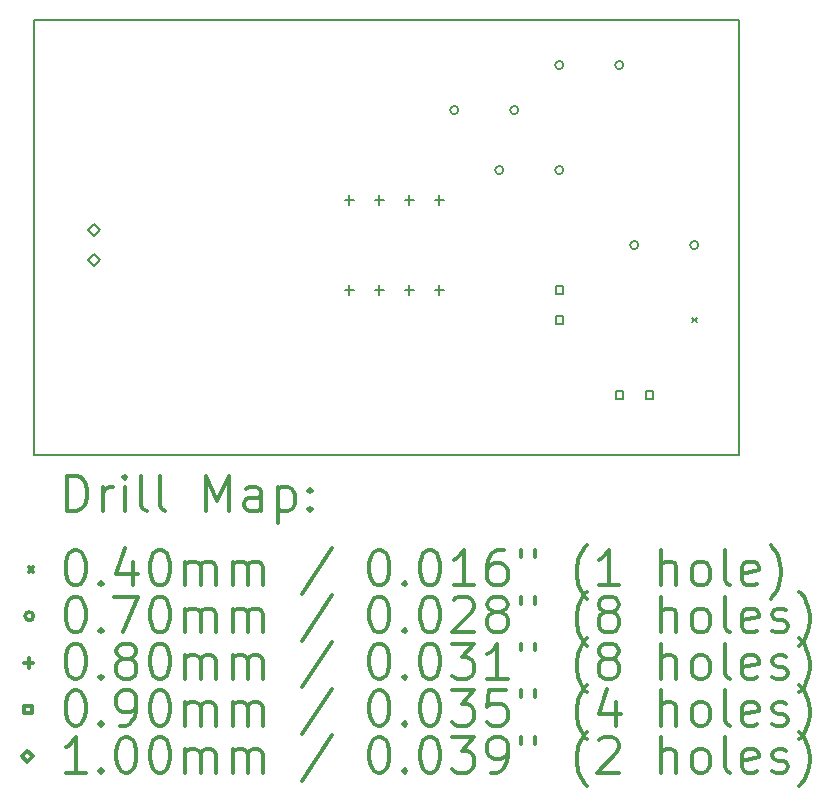
<source format=gbr>
%FSLAX45Y45*%
G04 Gerber Fmt 4.5, Leading zero omitted, Abs format (unit mm)*
G04 Created by KiCad (PCBNEW 5.0.2+dfsg1-1+deb10u1) date Wed 11 Jan 2023 08:50:02 PM +08*
%MOMM*%
%LPD*%
G01*
G04 APERTURE LIST*
%ADD10C,0.150000*%
%ADD11C,0.200000*%
%ADD12C,0.300000*%
G04 APERTURE END LIST*
D10*
X9906000Y-7112000D02*
X9906000Y-3429000D01*
X15875000Y-7112000D02*
X9906000Y-7112000D01*
X15875000Y-3429000D02*
X15875000Y-7112000D01*
X9906000Y-3429000D02*
X15875000Y-3429000D01*
D11*
X15474000Y-5949000D02*
X15514000Y-5989000D01*
X15514000Y-5949000D02*
X15474000Y-5989000D01*
X13878000Y-4699000D02*
G75*
G03X13878000Y-4699000I-35000J0D01*
G01*
X14386000Y-4699000D02*
G75*
G03X14386000Y-4699000I-35000J0D01*
G01*
X15021000Y-5334000D02*
G75*
G03X15021000Y-5334000I-35000J0D01*
G01*
X15529000Y-5334000D02*
G75*
G03X15529000Y-5334000I-35000J0D01*
G01*
X13497000Y-4191000D02*
G75*
G03X13497000Y-4191000I-35000J0D01*
G01*
X14005000Y-4191000D02*
G75*
G03X14005000Y-4191000I-35000J0D01*
G01*
X14386000Y-3810000D02*
G75*
G03X14386000Y-3810000I-35000J0D01*
G01*
X14894000Y-3810000D02*
G75*
G03X14894000Y-3810000I-35000J0D01*
G01*
X12573000Y-4913000D02*
X12573000Y-4993000D01*
X12533000Y-4953000D02*
X12613000Y-4953000D01*
X12573000Y-5675000D02*
X12573000Y-5755000D01*
X12533000Y-5715000D02*
X12613000Y-5715000D01*
X12827000Y-4913000D02*
X12827000Y-4993000D01*
X12787000Y-4953000D02*
X12867000Y-4953000D01*
X12827000Y-5675000D02*
X12827000Y-5755000D01*
X12787000Y-5715000D02*
X12867000Y-5715000D01*
X13081000Y-4913000D02*
X13081000Y-4993000D01*
X13041000Y-4953000D02*
X13121000Y-4953000D01*
X13081000Y-5675000D02*
X13081000Y-5755000D01*
X13041000Y-5715000D02*
X13121000Y-5715000D01*
X13335000Y-4913000D02*
X13335000Y-4993000D01*
X13295000Y-4953000D02*
X13375000Y-4953000D01*
X13335000Y-5675000D02*
X13335000Y-5755000D01*
X13295000Y-5715000D02*
X13375000Y-5715000D01*
X14382820Y-5746820D02*
X14382820Y-5683180D01*
X14319180Y-5683180D01*
X14319180Y-5746820D01*
X14382820Y-5746820D01*
X14382820Y-6000820D02*
X14382820Y-5937180D01*
X14319180Y-5937180D01*
X14319180Y-6000820D01*
X14382820Y-6000820D01*
X14890820Y-6635820D02*
X14890820Y-6572180D01*
X14827180Y-6572180D01*
X14827180Y-6635820D01*
X14890820Y-6635820D01*
X15144820Y-6635820D02*
X15144820Y-6572180D01*
X15081180Y-6572180D01*
X15081180Y-6635820D01*
X15144820Y-6635820D01*
X10414000Y-5257000D02*
X10464000Y-5207000D01*
X10414000Y-5157000D01*
X10364000Y-5207000D01*
X10414000Y-5257000D01*
X10414000Y-5511000D02*
X10464000Y-5461000D01*
X10414000Y-5411000D01*
X10364000Y-5461000D01*
X10414000Y-5511000D01*
D12*
X10184928Y-7585214D02*
X10184928Y-7285214D01*
X10256357Y-7285214D01*
X10299214Y-7299500D01*
X10327786Y-7328071D01*
X10342071Y-7356643D01*
X10356357Y-7413786D01*
X10356357Y-7456643D01*
X10342071Y-7513786D01*
X10327786Y-7542357D01*
X10299214Y-7570929D01*
X10256357Y-7585214D01*
X10184928Y-7585214D01*
X10484928Y-7585214D02*
X10484928Y-7385214D01*
X10484928Y-7442357D02*
X10499214Y-7413786D01*
X10513500Y-7399500D01*
X10542071Y-7385214D01*
X10570643Y-7385214D01*
X10670643Y-7585214D02*
X10670643Y-7385214D01*
X10670643Y-7285214D02*
X10656357Y-7299500D01*
X10670643Y-7313786D01*
X10684928Y-7299500D01*
X10670643Y-7285214D01*
X10670643Y-7313786D01*
X10856357Y-7585214D02*
X10827786Y-7570929D01*
X10813500Y-7542357D01*
X10813500Y-7285214D01*
X11013500Y-7585214D02*
X10984928Y-7570929D01*
X10970643Y-7542357D01*
X10970643Y-7285214D01*
X11356357Y-7585214D02*
X11356357Y-7285214D01*
X11456357Y-7499500D01*
X11556357Y-7285214D01*
X11556357Y-7585214D01*
X11827786Y-7585214D02*
X11827786Y-7428071D01*
X11813500Y-7399500D01*
X11784928Y-7385214D01*
X11727786Y-7385214D01*
X11699214Y-7399500D01*
X11827786Y-7570929D02*
X11799214Y-7585214D01*
X11727786Y-7585214D01*
X11699214Y-7570929D01*
X11684928Y-7542357D01*
X11684928Y-7513786D01*
X11699214Y-7485214D01*
X11727786Y-7470929D01*
X11799214Y-7470929D01*
X11827786Y-7456643D01*
X11970643Y-7385214D02*
X11970643Y-7685214D01*
X11970643Y-7399500D02*
X11999214Y-7385214D01*
X12056357Y-7385214D01*
X12084928Y-7399500D01*
X12099214Y-7413786D01*
X12113500Y-7442357D01*
X12113500Y-7528071D01*
X12099214Y-7556643D01*
X12084928Y-7570929D01*
X12056357Y-7585214D01*
X11999214Y-7585214D01*
X11970643Y-7570929D01*
X12242071Y-7556643D02*
X12256357Y-7570929D01*
X12242071Y-7585214D01*
X12227786Y-7570929D01*
X12242071Y-7556643D01*
X12242071Y-7585214D01*
X12242071Y-7399500D02*
X12256357Y-7413786D01*
X12242071Y-7428071D01*
X12227786Y-7413786D01*
X12242071Y-7399500D01*
X12242071Y-7428071D01*
X9858500Y-8059500D02*
X9898500Y-8099500D01*
X9898500Y-8059500D02*
X9858500Y-8099500D01*
X10242071Y-7915214D02*
X10270643Y-7915214D01*
X10299214Y-7929500D01*
X10313500Y-7943786D01*
X10327786Y-7972357D01*
X10342071Y-8029500D01*
X10342071Y-8100929D01*
X10327786Y-8158071D01*
X10313500Y-8186643D01*
X10299214Y-8200929D01*
X10270643Y-8215214D01*
X10242071Y-8215214D01*
X10213500Y-8200929D01*
X10199214Y-8186643D01*
X10184928Y-8158071D01*
X10170643Y-8100929D01*
X10170643Y-8029500D01*
X10184928Y-7972357D01*
X10199214Y-7943786D01*
X10213500Y-7929500D01*
X10242071Y-7915214D01*
X10470643Y-8186643D02*
X10484928Y-8200929D01*
X10470643Y-8215214D01*
X10456357Y-8200929D01*
X10470643Y-8186643D01*
X10470643Y-8215214D01*
X10742071Y-8015214D02*
X10742071Y-8215214D01*
X10670643Y-7900929D02*
X10599214Y-8115214D01*
X10784928Y-8115214D01*
X10956357Y-7915214D02*
X10984928Y-7915214D01*
X11013500Y-7929500D01*
X11027786Y-7943786D01*
X11042071Y-7972357D01*
X11056357Y-8029500D01*
X11056357Y-8100929D01*
X11042071Y-8158071D01*
X11027786Y-8186643D01*
X11013500Y-8200929D01*
X10984928Y-8215214D01*
X10956357Y-8215214D01*
X10927786Y-8200929D01*
X10913500Y-8186643D01*
X10899214Y-8158071D01*
X10884928Y-8100929D01*
X10884928Y-8029500D01*
X10899214Y-7972357D01*
X10913500Y-7943786D01*
X10927786Y-7929500D01*
X10956357Y-7915214D01*
X11184928Y-8215214D02*
X11184928Y-8015214D01*
X11184928Y-8043786D02*
X11199214Y-8029500D01*
X11227786Y-8015214D01*
X11270643Y-8015214D01*
X11299214Y-8029500D01*
X11313500Y-8058071D01*
X11313500Y-8215214D01*
X11313500Y-8058071D02*
X11327786Y-8029500D01*
X11356357Y-8015214D01*
X11399214Y-8015214D01*
X11427786Y-8029500D01*
X11442071Y-8058071D01*
X11442071Y-8215214D01*
X11584928Y-8215214D02*
X11584928Y-8015214D01*
X11584928Y-8043786D02*
X11599214Y-8029500D01*
X11627786Y-8015214D01*
X11670643Y-8015214D01*
X11699214Y-8029500D01*
X11713500Y-8058071D01*
X11713500Y-8215214D01*
X11713500Y-8058071D02*
X11727786Y-8029500D01*
X11756357Y-8015214D01*
X11799214Y-8015214D01*
X11827786Y-8029500D01*
X11842071Y-8058071D01*
X11842071Y-8215214D01*
X12427786Y-7900929D02*
X12170643Y-8286643D01*
X12813500Y-7915214D02*
X12842071Y-7915214D01*
X12870643Y-7929500D01*
X12884928Y-7943786D01*
X12899214Y-7972357D01*
X12913500Y-8029500D01*
X12913500Y-8100929D01*
X12899214Y-8158071D01*
X12884928Y-8186643D01*
X12870643Y-8200929D01*
X12842071Y-8215214D01*
X12813500Y-8215214D01*
X12784928Y-8200929D01*
X12770643Y-8186643D01*
X12756357Y-8158071D01*
X12742071Y-8100929D01*
X12742071Y-8029500D01*
X12756357Y-7972357D01*
X12770643Y-7943786D01*
X12784928Y-7929500D01*
X12813500Y-7915214D01*
X13042071Y-8186643D02*
X13056357Y-8200929D01*
X13042071Y-8215214D01*
X13027786Y-8200929D01*
X13042071Y-8186643D01*
X13042071Y-8215214D01*
X13242071Y-7915214D02*
X13270643Y-7915214D01*
X13299214Y-7929500D01*
X13313500Y-7943786D01*
X13327786Y-7972357D01*
X13342071Y-8029500D01*
X13342071Y-8100929D01*
X13327786Y-8158071D01*
X13313500Y-8186643D01*
X13299214Y-8200929D01*
X13270643Y-8215214D01*
X13242071Y-8215214D01*
X13213500Y-8200929D01*
X13199214Y-8186643D01*
X13184928Y-8158071D01*
X13170643Y-8100929D01*
X13170643Y-8029500D01*
X13184928Y-7972357D01*
X13199214Y-7943786D01*
X13213500Y-7929500D01*
X13242071Y-7915214D01*
X13627786Y-8215214D02*
X13456357Y-8215214D01*
X13542071Y-8215214D02*
X13542071Y-7915214D01*
X13513500Y-7958071D01*
X13484928Y-7986643D01*
X13456357Y-8000929D01*
X13884928Y-7915214D02*
X13827786Y-7915214D01*
X13799214Y-7929500D01*
X13784928Y-7943786D01*
X13756357Y-7986643D01*
X13742071Y-8043786D01*
X13742071Y-8158071D01*
X13756357Y-8186643D01*
X13770643Y-8200929D01*
X13799214Y-8215214D01*
X13856357Y-8215214D01*
X13884928Y-8200929D01*
X13899214Y-8186643D01*
X13913500Y-8158071D01*
X13913500Y-8086643D01*
X13899214Y-8058071D01*
X13884928Y-8043786D01*
X13856357Y-8029500D01*
X13799214Y-8029500D01*
X13770643Y-8043786D01*
X13756357Y-8058071D01*
X13742071Y-8086643D01*
X14027786Y-7915214D02*
X14027786Y-7972357D01*
X14142071Y-7915214D02*
X14142071Y-7972357D01*
X14584928Y-8329500D02*
X14570643Y-8315214D01*
X14542071Y-8272357D01*
X14527786Y-8243786D01*
X14513500Y-8200929D01*
X14499214Y-8129500D01*
X14499214Y-8072357D01*
X14513500Y-8000929D01*
X14527786Y-7958071D01*
X14542071Y-7929500D01*
X14570643Y-7886643D01*
X14584928Y-7872357D01*
X14856357Y-8215214D02*
X14684928Y-8215214D01*
X14770643Y-8215214D02*
X14770643Y-7915214D01*
X14742071Y-7958071D01*
X14713500Y-7986643D01*
X14684928Y-8000929D01*
X15213500Y-8215214D02*
X15213500Y-7915214D01*
X15342071Y-8215214D02*
X15342071Y-8058071D01*
X15327786Y-8029500D01*
X15299214Y-8015214D01*
X15256357Y-8015214D01*
X15227786Y-8029500D01*
X15213500Y-8043786D01*
X15527786Y-8215214D02*
X15499214Y-8200929D01*
X15484928Y-8186643D01*
X15470643Y-8158071D01*
X15470643Y-8072357D01*
X15484928Y-8043786D01*
X15499214Y-8029500D01*
X15527786Y-8015214D01*
X15570643Y-8015214D01*
X15599214Y-8029500D01*
X15613500Y-8043786D01*
X15627786Y-8072357D01*
X15627786Y-8158071D01*
X15613500Y-8186643D01*
X15599214Y-8200929D01*
X15570643Y-8215214D01*
X15527786Y-8215214D01*
X15799214Y-8215214D02*
X15770643Y-8200929D01*
X15756357Y-8172357D01*
X15756357Y-7915214D01*
X16027786Y-8200929D02*
X15999214Y-8215214D01*
X15942071Y-8215214D01*
X15913500Y-8200929D01*
X15899214Y-8172357D01*
X15899214Y-8058071D01*
X15913500Y-8029500D01*
X15942071Y-8015214D01*
X15999214Y-8015214D01*
X16027786Y-8029500D01*
X16042071Y-8058071D01*
X16042071Y-8086643D01*
X15899214Y-8115214D01*
X16142071Y-8329500D02*
X16156357Y-8315214D01*
X16184928Y-8272357D01*
X16199214Y-8243786D01*
X16213500Y-8200929D01*
X16227786Y-8129500D01*
X16227786Y-8072357D01*
X16213500Y-8000929D01*
X16199214Y-7958071D01*
X16184928Y-7929500D01*
X16156357Y-7886643D01*
X16142071Y-7872357D01*
X9898500Y-8475500D02*
G75*
G03X9898500Y-8475500I-35000J0D01*
G01*
X10242071Y-8311214D02*
X10270643Y-8311214D01*
X10299214Y-8325500D01*
X10313500Y-8339786D01*
X10327786Y-8368357D01*
X10342071Y-8425500D01*
X10342071Y-8496929D01*
X10327786Y-8554072D01*
X10313500Y-8582643D01*
X10299214Y-8596929D01*
X10270643Y-8611214D01*
X10242071Y-8611214D01*
X10213500Y-8596929D01*
X10199214Y-8582643D01*
X10184928Y-8554072D01*
X10170643Y-8496929D01*
X10170643Y-8425500D01*
X10184928Y-8368357D01*
X10199214Y-8339786D01*
X10213500Y-8325500D01*
X10242071Y-8311214D01*
X10470643Y-8582643D02*
X10484928Y-8596929D01*
X10470643Y-8611214D01*
X10456357Y-8596929D01*
X10470643Y-8582643D01*
X10470643Y-8611214D01*
X10584928Y-8311214D02*
X10784928Y-8311214D01*
X10656357Y-8611214D01*
X10956357Y-8311214D02*
X10984928Y-8311214D01*
X11013500Y-8325500D01*
X11027786Y-8339786D01*
X11042071Y-8368357D01*
X11056357Y-8425500D01*
X11056357Y-8496929D01*
X11042071Y-8554072D01*
X11027786Y-8582643D01*
X11013500Y-8596929D01*
X10984928Y-8611214D01*
X10956357Y-8611214D01*
X10927786Y-8596929D01*
X10913500Y-8582643D01*
X10899214Y-8554072D01*
X10884928Y-8496929D01*
X10884928Y-8425500D01*
X10899214Y-8368357D01*
X10913500Y-8339786D01*
X10927786Y-8325500D01*
X10956357Y-8311214D01*
X11184928Y-8611214D02*
X11184928Y-8411214D01*
X11184928Y-8439786D02*
X11199214Y-8425500D01*
X11227786Y-8411214D01*
X11270643Y-8411214D01*
X11299214Y-8425500D01*
X11313500Y-8454072D01*
X11313500Y-8611214D01*
X11313500Y-8454072D02*
X11327786Y-8425500D01*
X11356357Y-8411214D01*
X11399214Y-8411214D01*
X11427786Y-8425500D01*
X11442071Y-8454072D01*
X11442071Y-8611214D01*
X11584928Y-8611214D02*
X11584928Y-8411214D01*
X11584928Y-8439786D02*
X11599214Y-8425500D01*
X11627786Y-8411214D01*
X11670643Y-8411214D01*
X11699214Y-8425500D01*
X11713500Y-8454072D01*
X11713500Y-8611214D01*
X11713500Y-8454072D02*
X11727786Y-8425500D01*
X11756357Y-8411214D01*
X11799214Y-8411214D01*
X11827786Y-8425500D01*
X11842071Y-8454072D01*
X11842071Y-8611214D01*
X12427786Y-8296929D02*
X12170643Y-8682643D01*
X12813500Y-8311214D02*
X12842071Y-8311214D01*
X12870643Y-8325500D01*
X12884928Y-8339786D01*
X12899214Y-8368357D01*
X12913500Y-8425500D01*
X12913500Y-8496929D01*
X12899214Y-8554072D01*
X12884928Y-8582643D01*
X12870643Y-8596929D01*
X12842071Y-8611214D01*
X12813500Y-8611214D01*
X12784928Y-8596929D01*
X12770643Y-8582643D01*
X12756357Y-8554072D01*
X12742071Y-8496929D01*
X12742071Y-8425500D01*
X12756357Y-8368357D01*
X12770643Y-8339786D01*
X12784928Y-8325500D01*
X12813500Y-8311214D01*
X13042071Y-8582643D02*
X13056357Y-8596929D01*
X13042071Y-8611214D01*
X13027786Y-8596929D01*
X13042071Y-8582643D01*
X13042071Y-8611214D01*
X13242071Y-8311214D02*
X13270643Y-8311214D01*
X13299214Y-8325500D01*
X13313500Y-8339786D01*
X13327786Y-8368357D01*
X13342071Y-8425500D01*
X13342071Y-8496929D01*
X13327786Y-8554072D01*
X13313500Y-8582643D01*
X13299214Y-8596929D01*
X13270643Y-8611214D01*
X13242071Y-8611214D01*
X13213500Y-8596929D01*
X13199214Y-8582643D01*
X13184928Y-8554072D01*
X13170643Y-8496929D01*
X13170643Y-8425500D01*
X13184928Y-8368357D01*
X13199214Y-8339786D01*
X13213500Y-8325500D01*
X13242071Y-8311214D01*
X13456357Y-8339786D02*
X13470643Y-8325500D01*
X13499214Y-8311214D01*
X13570643Y-8311214D01*
X13599214Y-8325500D01*
X13613500Y-8339786D01*
X13627786Y-8368357D01*
X13627786Y-8396929D01*
X13613500Y-8439786D01*
X13442071Y-8611214D01*
X13627786Y-8611214D01*
X13799214Y-8439786D02*
X13770643Y-8425500D01*
X13756357Y-8411214D01*
X13742071Y-8382643D01*
X13742071Y-8368357D01*
X13756357Y-8339786D01*
X13770643Y-8325500D01*
X13799214Y-8311214D01*
X13856357Y-8311214D01*
X13884928Y-8325500D01*
X13899214Y-8339786D01*
X13913500Y-8368357D01*
X13913500Y-8382643D01*
X13899214Y-8411214D01*
X13884928Y-8425500D01*
X13856357Y-8439786D01*
X13799214Y-8439786D01*
X13770643Y-8454072D01*
X13756357Y-8468357D01*
X13742071Y-8496929D01*
X13742071Y-8554072D01*
X13756357Y-8582643D01*
X13770643Y-8596929D01*
X13799214Y-8611214D01*
X13856357Y-8611214D01*
X13884928Y-8596929D01*
X13899214Y-8582643D01*
X13913500Y-8554072D01*
X13913500Y-8496929D01*
X13899214Y-8468357D01*
X13884928Y-8454072D01*
X13856357Y-8439786D01*
X14027786Y-8311214D02*
X14027786Y-8368357D01*
X14142071Y-8311214D02*
X14142071Y-8368357D01*
X14584928Y-8725500D02*
X14570643Y-8711214D01*
X14542071Y-8668357D01*
X14527786Y-8639786D01*
X14513500Y-8596929D01*
X14499214Y-8525500D01*
X14499214Y-8468357D01*
X14513500Y-8396929D01*
X14527786Y-8354071D01*
X14542071Y-8325500D01*
X14570643Y-8282643D01*
X14584928Y-8268357D01*
X14742071Y-8439786D02*
X14713500Y-8425500D01*
X14699214Y-8411214D01*
X14684928Y-8382643D01*
X14684928Y-8368357D01*
X14699214Y-8339786D01*
X14713500Y-8325500D01*
X14742071Y-8311214D01*
X14799214Y-8311214D01*
X14827786Y-8325500D01*
X14842071Y-8339786D01*
X14856357Y-8368357D01*
X14856357Y-8382643D01*
X14842071Y-8411214D01*
X14827786Y-8425500D01*
X14799214Y-8439786D01*
X14742071Y-8439786D01*
X14713500Y-8454072D01*
X14699214Y-8468357D01*
X14684928Y-8496929D01*
X14684928Y-8554072D01*
X14699214Y-8582643D01*
X14713500Y-8596929D01*
X14742071Y-8611214D01*
X14799214Y-8611214D01*
X14827786Y-8596929D01*
X14842071Y-8582643D01*
X14856357Y-8554072D01*
X14856357Y-8496929D01*
X14842071Y-8468357D01*
X14827786Y-8454072D01*
X14799214Y-8439786D01*
X15213500Y-8611214D02*
X15213500Y-8311214D01*
X15342071Y-8611214D02*
X15342071Y-8454072D01*
X15327786Y-8425500D01*
X15299214Y-8411214D01*
X15256357Y-8411214D01*
X15227786Y-8425500D01*
X15213500Y-8439786D01*
X15527786Y-8611214D02*
X15499214Y-8596929D01*
X15484928Y-8582643D01*
X15470643Y-8554072D01*
X15470643Y-8468357D01*
X15484928Y-8439786D01*
X15499214Y-8425500D01*
X15527786Y-8411214D01*
X15570643Y-8411214D01*
X15599214Y-8425500D01*
X15613500Y-8439786D01*
X15627786Y-8468357D01*
X15627786Y-8554072D01*
X15613500Y-8582643D01*
X15599214Y-8596929D01*
X15570643Y-8611214D01*
X15527786Y-8611214D01*
X15799214Y-8611214D02*
X15770643Y-8596929D01*
X15756357Y-8568357D01*
X15756357Y-8311214D01*
X16027786Y-8596929D02*
X15999214Y-8611214D01*
X15942071Y-8611214D01*
X15913500Y-8596929D01*
X15899214Y-8568357D01*
X15899214Y-8454072D01*
X15913500Y-8425500D01*
X15942071Y-8411214D01*
X15999214Y-8411214D01*
X16027786Y-8425500D01*
X16042071Y-8454072D01*
X16042071Y-8482643D01*
X15899214Y-8511214D01*
X16156357Y-8596929D02*
X16184928Y-8611214D01*
X16242071Y-8611214D01*
X16270643Y-8596929D01*
X16284928Y-8568357D01*
X16284928Y-8554072D01*
X16270643Y-8525500D01*
X16242071Y-8511214D01*
X16199214Y-8511214D01*
X16170643Y-8496929D01*
X16156357Y-8468357D01*
X16156357Y-8454072D01*
X16170643Y-8425500D01*
X16199214Y-8411214D01*
X16242071Y-8411214D01*
X16270643Y-8425500D01*
X16384928Y-8725500D02*
X16399214Y-8711214D01*
X16427786Y-8668357D01*
X16442071Y-8639786D01*
X16456357Y-8596929D01*
X16470643Y-8525500D01*
X16470643Y-8468357D01*
X16456357Y-8396929D01*
X16442071Y-8354071D01*
X16427786Y-8325500D01*
X16399214Y-8282643D01*
X16384928Y-8268357D01*
X9858500Y-8831500D02*
X9858500Y-8911500D01*
X9818500Y-8871500D02*
X9898500Y-8871500D01*
X10242071Y-8707214D02*
X10270643Y-8707214D01*
X10299214Y-8721500D01*
X10313500Y-8735786D01*
X10327786Y-8764357D01*
X10342071Y-8821500D01*
X10342071Y-8892929D01*
X10327786Y-8950072D01*
X10313500Y-8978643D01*
X10299214Y-8992929D01*
X10270643Y-9007214D01*
X10242071Y-9007214D01*
X10213500Y-8992929D01*
X10199214Y-8978643D01*
X10184928Y-8950072D01*
X10170643Y-8892929D01*
X10170643Y-8821500D01*
X10184928Y-8764357D01*
X10199214Y-8735786D01*
X10213500Y-8721500D01*
X10242071Y-8707214D01*
X10470643Y-8978643D02*
X10484928Y-8992929D01*
X10470643Y-9007214D01*
X10456357Y-8992929D01*
X10470643Y-8978643D01*
X10470643Y-9007214D01*
X10656357Y-8835786D02*
X10627786Y-8821500D01*
X10613500Y-8807214D01*
X10599214Y-8778643D01*
X10599214Y-8764357D01*
X10613500Y-8735786D01*
X10627786Y-8721500D01*
X10656357Y-8707214D01*
X10713500Y-8707214D01*
X10742071Y-8721500D01*
X10756357Y-8735786D01*
X10770643Y-8764357D01*
X10770643Y-8778643D01*
X10756357Y-8807214D01*
X10742071Y-8821500D01*
X10713500Y-8835786D01*
X10656357Y-8835786D01*
X10627786Y-8850072D01*
X10613500Y-8864357D01*
X10599214Y-8892929D01*
X10599214Y-8950072D01*
X10613500Y-8978643D01*
X10627786Y-8992929D01*
X10656357Y-9007214D01*
X10713500Y-9007214D01*
X10742071Y-8992929D01*
X10756357Y-8978643D01*
X10770643Y-8950072D01*
X10770643Y-8892929D01*
X10756357Y-8864357D01*
X10742071Y-8850072D01*
X10713500Y-8835786D01*
X10956357Y-8707214D02*
X10984928Y-8707214D01*
X11013500Y-8721500D01*
X11027786Y-8735786D01*
X11042071Y-8764357D01*
X11056357Y-8821500D01*
X11056357Y-8892929D01*
X11042071Y-8950072D01*
X11027786Y-8978643D01*
X11013500Y-8992929D01*
X10984928Y-9007214D01*
X10956357Y-9007214D01*
X10927786Y-8992929D01*
X10913500Y-8978643D01*
X10899214Y-8950072D01*
X10884928Y-8892929D01*
X10884928Y-8821500D01*
X10899214Y-8764357D01*
X10913500Y-8735786D01*
X10927786Y-8721500D01*
X10956357Y-8707214D01*
X11184928Y-9007214D02*
X11184928Y-8807214D01*
X11184928Y-8835786D02*
X11199214Y-8821500D01*
X11227786Y-8807214D01*
X11270643Y-8807214D01*
X11299214Y-8821500D01*
X11313500Y-8850072D01*
X11313500Y-9007214D01*
X11313500Y-8850072D02*
X11327786Y-8821500D01*
X11356357Y-8807214D01*
X11399214Y-8807214D01*
X11427786Y-8821500D01*
X11442071Y-8850072D01*
X11442071Y-9007214D01*
X11584928Y-9007214D02*
X11584928Y-8807214D01*
X11584928Y-8835786D02*
X11599214Y-8821500D01*
X11627786Y-8807214D01*
X11670643Y-8807214D01*
X11699214Y-8821500D01*
X11713500Y-8850072D01*
X11713500Y-9007214D01*
X11713500Y-8850072D02*
X11727786Y-8821500D01*
X11756357Y-8807214D01*
X11799214Y-8807214D01*
X11827786Y-8821500D01*
X11842071Y-8850072D01*
X11842071Y-9007214D01*
X12427786Y-8692929D02*
X12170643Y-9078643D01*
X12813500Y-8707214D02*
X12842071Y-8707214D01*
X12870643Y-8721500D01*
X12884928Y-8735786D01*
X12899214Y-8764357D01*
X12913500Y-8821500D01*
X12913500Y-8892929D01*
X12899214Y-8950072D01*
X12884928Y-8978643D01*
X12870643Y-8992929D01*
X12842071Y-9007214D01*
X12813500Y-9007214D01*
X12784928Y-8992929D01*
X12770643Y-8978643D01*
X12756357Y-8950072D01*
X12742071Y-8892929D01*
X12742071Y-8821500D01*
X12756357Y-8764357D01*
X12770643Y-8735786D01*
X12784928Y-8721500D01*
X12813500Y-8707214D01*
X13042071Y-8978643D02*
X13056357Y-8992929D01*
X13042071Y-9007214D01*
X13027786Y-8992929D01*
X13042071Y-8978643D01*
X13042071Y-9007214D01*
X13242071Y-8707214D02*
X13270643Y-8707214D01*
X13299214Y-8721500D01*
X13313500Y-8735786D01*
X13327786Y-8764357D01*
X13342071Y-8821500D01*
X13342071Y-8892929D01*
X13327786Y-8950072D01*
X13313500Y-8978643D01*
X13299214Y-8992929D01*
X13270643Y-9007214D01*
X13242071Y-9007214D01*
X13213500Y-8992929D01*
X13199214Y-8978643D01*
X13184928Y-8950072D01*
X13170643Y-8892929D01*
X13170643Y-8821500D01*
X13184928Y-8764357D01*
X13199214Y-8735786D01*
X13213500Y-8721500D01*
X13242071Y-8707214D01*
X13442071Y-8707214D02*
X13627786Y-8707214D01*
X13527786Y-8821500D01*
X13570643Y-8821500D01*
X13599214Y-8835786D01*
X13613500Y-8850072D01*
X13627786Y-8878643D01*
X13627786Y-8950072D01*
X13613500Y-8978643D01*
X13599214Y-8992929D01*
X13570643Y-9007214D01*
X13484928Y-9007214D01*
X13456357Y-8992929D01*
X13442071Y-8978643D01*
X13913500Y-9007214D02*
X13742071Y-9007214D01*
X13827786Y-9007214D02*
X13827786Y-8707214D01*
X13799214Y-8750072D01*
X13770643Y-8778643D01*
X13742071Y-8792929D01*
X14027786Y-8707214D02*
X14027786Y-8764357D01*
X14142071Y-8707214D02*
X14142071Y-8764357D01*
X14584928Y-9121500D02*
X14570643Y-9107214D01*
X14542071Y-9064357D01*
X14527786Y-9035786D01*
X14513500Y-8992929D01*
X14499214Y-8921500D01*
X14499214Y-8864357D01*
X14513500Y-8792929D01*
X14527786Y-8750072D01*
X14542071Y-8721500D01*
X14570643Y-8678643D01*
X14584928Y-8664357D01*
X14742071Y-8835786D02*
X14713500Y-8821500D01*
X14699214Y-8807214D01*
X14684928Y-8778643D01*
X14684928Y-8764357D01*
X14699214Y-8735786D01*
X14713500Y-8721500D01*
X14742071Y-8707214D01*
X14799214Y-8707214D01*
X14827786Y-8721500D01*
X14842071Y-8735786D01*
X14856357Y-8764357D01*
X14856357Y-8778643D01*
X14842071Y-8807214D01*
X14827786Y-8821500D01*
X14799214Y-8835786D01*
X14742071Y-8835786D01*
X14713500Y-8850072D01*
X14699214Y-8864357D01*
X14684928Y-8892929D01*
X14684928Y-8950072D01*
X14699214Y-8978643D01*
X14713500Y-8992929D01*
X14742071Y-9007214D01*
X14799214Y-9007214D01*
X14827786Y-8992929D01*
X14842071Y-8978643D01*
X14856357Y-8950072D01*
X14856357Y-8892929D01*
X14842071Y-8864357D01*
X14827786Y-8850072D01*
X14799214Y-8835786D01*
X15213500Y-9007214D02*
X15213500Y-8707214D01*
X15342071Y-9007214D02*
X15342071Y-8850072D01*
X15327786Y-8821500D01*
X15299214Y-8807214D01*
X15256357Y-8807214D01*
X15227786Y-8821500D01*
X15213500Y-8835786D01*
X15527786Y-9007214D02*
X15499214Y-8992929D01*
X15484928Y-8978643D01*
X15470643Y-8950072D01*
X15470643Y-8864357D01*
X15484928Y-8835786D01*
X15499214Y-8821500D01*
X15527786Y-8807214D01*
X15570643Y-8807214D01*
X15599214Y-8821500D01*
X15613500Y-8835786D01*
X15627786Y-8864357D01*
X15627786Y-8950072D01*
X15613500Y-8978643D01*
X15599214Y-8992929D01*
X15570643Y-9007214D01*
X15527786Y-9007214D01*
X15799214Y-9007214D02*
X15770643Y-8992929D01*
X15756357Y-8964357D01*
X15756357Y-8707214D01*
X16027786Y-8992929D02*
X15999214Y-9007214D01*
X15942071Y-9007214D01*
X15913500Y-8992929D01*
X15899214Y-8964357D01*
X15899214Y-8850072D01*
X15913500Y-8821500D01*
X15942071Y-8807214D01*
X15999214Y-8807214D01*
X16027786Y-8821500D01*
X16042071Y-8850072D01*
X16042071Y-8878643D01*
X15899214Y-8907214D01*
X16156357Y-8992929D02*
X16184928Y-9007214D01*
X16242071Y-9007214D01*
X16270643Y-8992929D01*
X16284928Y-8964357D01*
X16284928Y-8950072D01*
X16270643Y-8921500D01*
X16242071Y-8907214D01*
X16199214Y-8907214D01*
X16170643Y-8892929D01*
X16156357Y-8864357D01*
X16156357Y-8850072D01*
X16170643Y-8821500D01*
X16199214Y-8807214D01*
X16242071Y-8807214D01*
X16270643Y-8821500D01*
X16384928Y-9121500D02*
X16399214Y-9107214D01*
X16427786Y-9064357D01*
X16442071Y-9035786D01*
X16456357Y-8992929D01*
X16470643Y-8921500D01*
X16470643Y-8864357D01*
X16456357Y-8792929D01*
X16442071Y-8750072D01*
X16427786Y-8721500D01*
X16399214Y-8678643D01*
X16384928Y-8664357D01*
X9885320Y-9299320D02*
X9885320Y-9235680D01*
X9821680Y-9235680D01*
X9821680Y-9299320D01*
X9885320Y-9299320D01*
X10242071Y-9103214D02*
X10270643Y-9103214D01*
X10299214Y-9117500D01*
X10313500Y-9131786D01*
X10327786Y-9160357D01*
X10342071Y-9217500D01*
X10342071Y-9288929D01*
X10327786Y-9346072D01*
X10313500Y-9374643D01*
X10299214Y-9388929D01*
X10270643Y-9403214D01*
X10242071Y-9403214D01*
X10213500Y-9388929D01*
X10199214Y-9374643D01*
X10184928Y-9346072D01*
X10170643Y-9288929D01*
X10170643Y-9217500D01*
X10184928Y-9160357D01*
X10199214Y-9131786D01*
X10213500Y-9117500D01*
X10242071Y-9103214D01*
X10470643Y-9374643D02*
X10484928Y-9388929D01*
X10470643Y-9403214D01*
X10456357Y-9388929D01*
X10470643Y-9374643D01*
X10470643Y-9403214D01*
X10627786Y-9403214D02*
X10684928Y-9403214D01*
X10713500Y-9388929D01*
X10727786Y-9374643D01*
X10756357Y-9331786D01*
X10770643Y-9274643D01*
X10770643Y-9160357D01*
X10756357Y-9131786D01*
X10742071Y-9117500D01*
X10713500Y-9103214D01*
X10656357Y-9103214D01*
X10627786Y-9117500D01*
X10613500Y-9131786D01*
X10599214Y-9160357D01*
X10599214Y-9231786D01*
X10613500Y-9260357D01*
X10627786Y-9274643D01*
X10656357Y-9288929D01*
X10713500Y-9288929D01*
X10742071Y-9274643D01*
X10756357Y-9260357D01*
X10770643Y-9231786D01*
X10956357Y-9103214D02*
X10984928Y-9103214D01*
X11013500Y-9117500D01*
X11027786Y-9131786D01*
X11042071Y-9160357D01*
X11056357Y-9217500D01*
X11056357Y-9288929D01*
X11042071Y-9346072D01*
X11027786Y-9374643D01*
X11013500Y-9388929D01*
X10984928Y-9403214D01*
X10956357Y-9403214D01*
X10927786Y-9388929D01*
X10913500Y-9374643D01*
X10899214Y-9346072D01*
X10884928Y-9288929D01*
X10884928Y-9217500D01*
X10899214Y-9160357D01*
X10913500Y-9131786D01*
X10927786Y-9117500D01*
X10956357Y-9103214D01*
X11184928Y-9403214D02*
X11184928Y-9203214D01*
X11184928Y-9231786D02*
X11199214Y-9217500D01*
X11227786Y-9203214D01*
X11270643Y-9203214D01*
X11299214Y-9217500D01*
X11313500Y-9246072D01*
X11313500Y-9403214D01*
X11313500Y-9246072D02*
X11327786Y-9217500D01*
X11356357Y-9203214D01*
X11399214Y-9203214D01*
X11427786Y-9217500D01*
X11442071Y-9246072D01*
X11442071Y-9403214D01*
X11584928Y-9403214D02*
X11584928Y-9203214D01*
X11584928Y-9231786D02*
X11599214Y-9217500D01*
X11627786Y-9203214D01*
X11670643Y-9203214D01*
X11699214Y-9217500D01*
X11713500Y-9246072D01*
X11713500Y-9403214D01*
X11713500Y-9246072D02*
X11727786Y-9217500D01*
X11756357Y-9203214D01*
X11799214Y-9203214D01*
X11827786Y-9217500D01*
X11842071Y-9246072D01*
X11842071Y-9403214D01*
X12427786Y-9088929D02*
X12170643Y-9474643D01*
X12813500Y-9103214D02*
X12842071Y-9103214D01*
X12870643Y-9117500D01*
X12884928Y-9131786D01*
X12899214Y-9160357D01*
X12913500Y-9217500D01*
X12913500Y-9288929D01*
X12899214Y-9346072D01*
X12884928Y-9374643D01*
X12870643Y-9388929D01*
X12842071Y-9403214D01*
X12813500Y-9403214D01*
X12784928Y-9388929D01*
X12770643Y-9374643D01*
X12756357Y-9346072D01*
X12742071Y-9288929D01*
X12742071Y-9217500D01*
X12756357Y-9160357D01*
X12770643Y-9131786D01*
X12784928Y-9117500D01*
X12813500Y-9103214D01*
X13042071Y-9374643D02*
X13056357Y-9388929D01*
X13042071Y-9403214D01*
X13027786Y-9388929D01*
X13042071Y-9374643D01*
X13042071Y-9403214D01*
X13242071Y-9103214D02*
X13270643Y-9103214D01*
X13299214Y-9117500D01*
X13313500Y-9131786D01*
X13327786Y-9160357D01*
X13342071Y-9217500D01*
X13342071Y-9288929D01*
X13327786Y-9346072D01*
X13313500Y-9374643D01*
X13299214Y-9388929D01*
X13270643Y-9403214D01*
X13242071Y-9403214D01*
X13213500Y-9388929D01*
X13199214Y-9374643D01*
X13184928Y-9346072D01*
X13170643Y-9288929D01*
X13170643Y-9217500D01*
X13184928Y-9160357D01*
X13199214Y-9131786D01*
X13213500Y-9117500D01*
X13242071Y-9103214D01*
X13442071Y-9103214D02*
X13627786Y-9103214D01*
X13527786Y-9217500D01*
X13570643Y-9217500D01*
X13599214Y-9231786D01*
X13613500Y-9246072D01*
X13627786Y-9274643D01*
X13627786Y-9346072D01*
X13613500Y-9374643D01*
X13599214Y-9388929D01*
X13570643Y-9403214D01*
X13484928Y-9403214D01*
X13456357Y-9388929D01*
X13442071Y-9374643D01*
X13899214Y-9103214D02*
X13756357Y-9103214D01*
X13742071Y-9246072D01*
X13756357Y-9231786D01*
X13784928Y-9217500D01*
X13856357Y-9217500D01*
X13884928Y-9231786D01*
X13899214Y-9246072D01*
X13913500Y-9274643D01*
X13913500Y-9346072D01*
X13899214Y-9374643D01*
X13884928Y-9388929D01*
X13856357Y-9403214D01*
X13784928Y-9403214D01*
X13756357Y-9388929D01*
X13742071Y-9374643D01*
X14027786Y-9103214D02*
X14027786Y-9160357D01*
X14142071Y-9103214D02*
X14142071Y-9160357D01*
X14584928Y-9517500D02*
X14570643Y-9503214D01*
X14542071Y-9460357D01*
X14527786Y-9431786D01*
X14513500Y-9388929D01*
X14499214Y-9317500D01*
X14499214Y-9260357D01*
X14513500Y-9188929D01*
X14527786Y-9146072D01*
X14542071Y-9117500D01*
X14570643Y-9074643D01*
X14584928Y-9060357D01*
X14827786Y-9203214D02*
X14827786Y-9403214D01*
X14756357Y-9088929D02*
X14684928Y-9303214D01*
X14870643Y-9303214D01*
X15213500Y-9403214D02*
X15213500Y-9103214D01*
X15342071Y-9403214D02*
X15342071Y-9246072D01*
X15327786Y-9217500D01*
X15299214Y-9203214D01*
X15256357Y-9203214D01*
X15227786Y-9217500D01*
X15213500Y-9231786D01*
X15527786Y-9403214D02*
X15499214Y-9388929D01*
X15484928Y-9374643D01*
X15470643Y-9346072D01*
X15470643Y-9260357D01*
X15484928Y-9231786D01*
X15499214Y-9217500D01*
X15527786Y-9203214D01*
X15570643Y-9203214D01*
X15599214Y-9217500D01*
X15613500Y-9231786D01*
X15627786Y-9260357D01*
X15627786Y-9346072D01*
X15613500Y-9374643D01*
X15599214Y-9388929D01*
X15570643Y-9403214D01*
X15527786Y-9403214D01*
X15799214Y-9403214D02*
X15770643Y-9388929D01*
X15756357Y-9360357D01*
X15756357Y-9103214D01*
X16027786Y-9388929D02*
X15999214Y-9403214D01*
X15942071Y-9403214D01*
X15913500Y-9388929D01*
X15899214Y-9360357D01*
X15899214Y-9246072D01*
X15913500Y-9217500D01*
X15942071Y-9203214D01*
X15999214Y-9203214D01*
X16027786Y-9217500D01*
X16042071Y-9246072D01*
X16042071Y-9274643D01*
X15899214Y-9303214D01*
X16156357Y-9388929D02*
X16184928Y-9403214D01*
X16242071Y-9403214D01*
X16270643Y-9388929D01*
X16284928Y-9360357D01*
X16284928Y-9346072D01*
X16270643Y-9317500D01*
X16242071Y-9303214D01*
X16199214Y-9303214D01*
X16170643Y-9288929D01*
X16156357Y-9260357D01*
X16156357Y-9246072D01*
X16170643Y-9217500D01*
X16199214Y-9203214D01*
X16242071Y-9203214D01*
X16270643Y-9217500D01*
X16384928Y-9517500D02*
X16399214Y-9503214D01*
X16427786Y-9460357D01*
X16442071Y-9431786D01*
X16456357Y-9388929D01*
X16470643Y-9317500D01*
X16470643Y-9260357D01*
X16456357Y-9188929D01*
X16442071Y-9146072D01*
X16427786Y-9117500D01*
X16399214Y-9074643D01*
X16384928Y-9060357D01*
X9848500Y-9713500D02*
X9898500Y-9663500D01*
X9848500Y-9613500D01*
X9798500Y-9663500D01*
X9848500Y-9713500D01*
X10342071Y-9799214D02*
X10170643Y-9799214D01*
X10256357Y-9799214D02*
X10256357Y-9499214D01*
X10227786Y-9542072D01*
X10199214Y-9570643D01*
X10170643Y-9584929D01*
X10470643Y-9770643D02*
X10484928Y-9784929D01*
X10470643Y-9799214D01*
X10456357Y-9784929D01*
X10470643Y-9770643D01*
X10470643Y-9799214D01*
X10670643Y-9499214D02*
X10699214Y-9499214D01*
X10727786Y-9513500D01*
X10742071Y-9527786D01*
X10756357Y-9556357D01*
X10770643Y-9613500D01*
X10770643Y-9684929D01*
X10756357Y-9742072D01*
X10742071Y-9770643D01*
X10727786Y-9784929D01*
X10699214Y-9799214D01*
X10670643Y-9799214D01*
X10642071Y-9784929D01*
X10627786Y-9770643D01*
X10613500Y-9742072D01*
X10599214Y-9684929D01*
X10599214Y-9613500D01*
X10613500Y-9556357D01*
X10627786Y-9527786D01*
X10642071Y-9513500D01*
X10670643Y-9499214D01*
X10956357Y-9499214D02*
X10984928Y-9499214D01*
X11013500Y-9513500D01*
X11027786Y-9527786D01*
X11042071Y-9556357D01*
X11056357Y-9613500D01*
X11056357Y-9684929D01*
X11042071Y-9742072D01*
X11027786Y-9770643D01*
X11013500Y-9784929D01*
X10984928Y-9799214D01*
X10956357Y-9799214D01*
X10927786Y-9784929D01*
X10913500Y-9770643D01*
X10899214Y-9742072D01*
X10884928Y-9684929D01*
X10884928Y-9613500D01*
X10899214Y-9556357D01*
X10913500Y-9527786D01*
X10927786Y-9513500D01*
X10956357Y-9499214D01*
X11184928Y-9799214D02*
X11184928Y-9599214D01*
X11184928Y-9627786D02*
X11199214Y-9613500D01*
X11227786Y-9599214D01*
X11270643Y-9599214D01*
X11299214Y-9613500D01*
X11313500Y-9642072D01*
X11313500Y-9799214D01*
X11313500Y-9642072D02*
X11327786Y-9613500D01*
X11356357Y-9599214D01*
X11399214Y-9599214D01*
X11427786Y-9613500D01*
X11442071Y-9642072D01*
X11442071Y-9799214D01*
X11584928Y-9799214D02*
X11584928Y-9599214D01*
X11584928Y-9627786D02*
X11599214Y-9613500D01*
X11627786Y-9599214D01*
X11670643Y-9599214D01*
X11699214Y-9613500D01*
X11713500Y-9642072D01*
X11713500Y-9799214D01*
X11713500Y-9642072D02*
X11727786Y-9613500D01*
X11756357Y-9599214D01*
X11799214Y-9599214D01*
X11827786Y-9613500D01*
X11842071Y-9642072D01*
X11842071Y-9799214D01*
X12427786Y-9484929D02*
X12170643Y-9870643D01*
X12813500Y-9499214D02*
X12842071Y-9499214D01*
X12870643Y-9513500D01*
X12884928Y-9527786D01*
X12899214Y-9556357D01*
X12913500Y-9613500D01*
X12913500Y-9684929D01*
X12899214Y-9742072D01*
X12884928Y-9770643D01*
X12870643Y-9784929D01*
X12842071Y-9799214D01*
X12813500Y-9799214D01*
X12784928Y-9784929D01*
X12770643Y-9770643D01*
X12756357Y-9742072D01*
X12742071Y-9684929D01*
X12742071Y-9613500D01*
X12756357Y-9556357D01*
X12770643Y-9527786D01*
X12784928Y-9513500D01*
X12813500Y-9499214D01*
X13042071Y-9770643D02*
X13056357Y-9784929D01*
X13042071Y-9799214D01*
X13027786Y-9784929D01*
X13042071Y-9770643D01*
X13042071Y-9799214D01*
X13242071Y-9499214D02*
X13270643Y-9499214D01*
X13299214Y-9513500D01*
X13313500Y-9527786D01*
X13327786Y-9556357D01*
X13342071Y-9613500D01*
X13342071Y-9684929D01*
X13327786Y-9742072D01*
X13313500Y-9770643D01*
X13299214Y-9784929D01*
X13270643Y-9799214D01*
X13242071Y-9799214D01*
X13213500Y-9784929D01*
X13199214Y-9770643D01*
X13184928Y-9742072D01*
X13170643Y-9684929D01*
X13170643Y-9613500D01*
X13184928Y-9556357D01*
X13199214Y-9527786D01*
X13213500Y-9513500D01*
X13242071Y-9499214D01*
X13442071Y-9499214D02*
X13627786Y-9499214D01*
X13527786Y-9613500D01*
X13570643Y-9613500D01*
X13599214Y-9627786D01*
X13613500Y-9642072D01*
X13627786Y-9670643D01*
X13627786Y-9742072D01*
X13613500Y-9770643D01*
X13599214Y-9784929D01*
X13570643Y-9799214D01*
X13484928Y-9799214D01*
X13456357Y-9784929D01*
X13442071Y-9770643D01*
X13770643Y-9799214D02*
X13827786Y-9799214D01*
X13856357Y-9784929D01*
X13870643Y-9770643D01*
X13899214Y-9727786D01*
X13913500Y-9670643D01*
X13913500Y-9556357D01*
X13899214Y-9527786D01*
X13884928Y-9513500D01*
X13856357Y-9499214D01*
X13799214Y-9499214D01*
X13770643Y-9513500D01*
X13756357Y-9527786D01*
X13742071Y-9556357D01*
X13742071Y-9627786D01*
X13756357Y-9656357D01*
X13770643Y-9670643D01*
X13799214Y-9684929D01*
X13856357Y-9684929D01*
X13884928Y-9670643D01*
X13899214Y-9656357D01*
X13913500Y-9627786D01*
X14027786Y-9499214D02*
X14027786Y-9556357D01*
X14142071Y-9499214D02*
X14142071Y-9556357D01*
X14584928Y-9913500D02*
X14570643Y-9899214D01*
X14542071Y-9856357D01*
X14527786Y-9827786D01*
X14513500Y-9784929D01*
X14499214Y-9713500D01*
X14499214Y-9656357D01*
X14513500Y-9584929D01*
X14527786Y-9542072D01*
X14542071Y-9513500D01*
X14570643Y-9470643D01*
X14584928Y-9456357D01*
X14684928Y-9527786D02*
X14699214Y-9513500D01*
X14727786Y-9499214D01*
X14799214Y-9499214D01*
X14827786Y-9513500D01*
X14842071Y-9527786D01*
X14856357Y-9556357D01*
X14856357Y-9584929D01*
X14842071Y-9627786D01*
X14670643Y-9799214D01*
X14856357Y-9799214D01*
X15213500Y-9799214D02*
X15213500Y-9499214D01*
X15342071Y-9799214D02*
X15342071Y-9642072D01*
X15327786Y-9613500D01*
X15299214Y-9599214D01*
X15256357Y-9599214D01*
X15227786Y-9613500D01*
X15213500Y-9627786D01*
X15527786Y-9799214D02*
X15499214Y-9784929D01*
X15484928Y-9770643D01*
X15470643Y-9742072D01*
X15470643Y-9656357D01*
X15484928Y-9627786D01*
X15499214Y-9613500D01*
X15527786Y-9599214D01*
X15570643Y-9599214D01*
X15599214Y-9613500D01*
X15613500Y-9627786D01*
X15627786Y-9656357D01*
X15627786Y-9742072D01*
X15613500Y-9770643D01*
X15599214Y-9784929D01*
X15570643Y-9799214D01*
X15527786Y-9799214D01*
X15799214Y-9799214D02*
X15770643Y-9784929D01*
X15756357Y-9756357D01*
X15756357Y-9499214D01*
X16027786Y-9784929D02*
X15999214Y-9799214D01*
X15942071Y-9799214D01*
X15913500Y-9784929D01*
X15899214Y-9756357D01*
X15899214Y-9642072D01*
X15913500Y-9613500D01*
X15942071Y-9599214D01*
X15999214Y-9599214D01*
X16027786Y-9613500D01*
X16042071Y-9642072D01*
X16042071Y-9670643D01*
X15899214Y-9699214D01*
X16156357Y-9784929D02*
X16184928Y-9799214D01*
X16242071Y-9799214D01*
X16270643Y-9784929D01*
X16284928Y-9756357D01*
X16284928Y-9742072D01*
X16270643Y-9713500D01*
X16242071Y-9699214D01*
X16199214Y-9699214D01*
X16170643Y-9684929D01*
X16156357Y-9656357D01*
X16156357Y-9642072D01*
X16170643Y-9613500D01*
X16199214Y-9599214D01*
X16242071Y-9599214D01*
X16270643Y-9613500D01*
X16384928Y-9913500D02*
X16399214Y-9899214D01*
X16427786Y-9856357D01*
X16442071Y-9827786D01*
X16456357Y-9784929D01*
X16470643Y-9713500D01*
X16470643Y-9656357D01*
X16456357Y-9584929D01*
X16442071Y-9542072D01*
X16427786Y-9513500D01*
X16399214Y-9470643D01*
X16384928Y-9456357D01*
M02*

</source>
